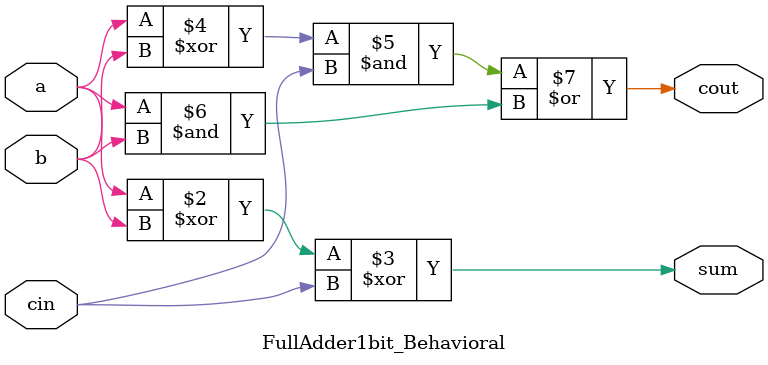
<source format=v>
module FullAdder1bit_Behavioral(
		input a,
		input b,
		input cin,
		output reg sum,
		output reg cout
	);

	always @(a or b or cin) begin
		sum = (a ^ b) ^ cin ;
		cout = ((a ^ b) & cin) | (a & b);
	end
endmodule

</source>
